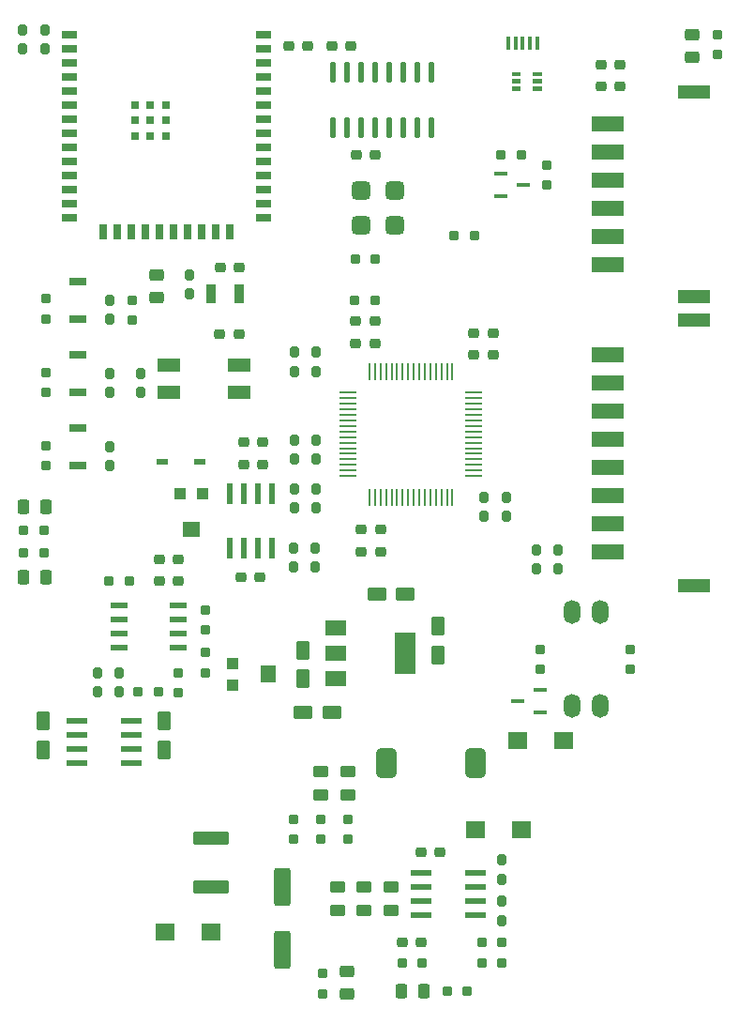
<source format=gbr>
%TF.GenerationSoftware,KiCad,Pcbnew,7.0.10*%
%TF.CreationDate,2024-03-23T12:12:33+07:00*%
%TF.ProjectId,BTL_ESD,42544c5f-4553-4442-9e6b-696361645f70,rev?*%
%TF.SameCoordinates,Original*%
%TF.FileFunction,Paste,Top*%
%TF.FilePolarity,Positive*%
%FSLAX46Y46*%
G04 Gerber Fmt 4.6, Leading zero omitted, Abs format (unit mm)*
G04 Created by KiCad (PCBNEW 7.0.10) date 2024-03-23 12:12:33*
%MOMM*%
%LPD*%
G01*
G04 APERTURE LIST*
G04 Aperture macros list*
%AMRoundRect*
0 Rectangle with rounded corners*
0 $1 Rounding radius*
0 $2 $3 $4 $5 $6 $7 $8 $9 X,Y pos of 4 corners*
0 Add a 4 corners polygon primitive as box body*
4,1,4,$2,$3,$4,$5,$6,$7,$8,$9,$2,$3,0*
0 Add four circle primitives for the rounded corners*
1,1,$1+$1,$2,$3*
1,1,$1+$1,$4,$5*
1,1,$1+$1,$6,$7*
1,1,$1+$1,$8,$9*
0 Add four rect primitives between the rounded corners*
20,1,$1+$1,$2,$3,$4,$5,0*
20,1,$1+$1,$4,$5,$6,$7,0*
20,1,$1+$1,$6,$7,$8,$9,0*
20,1,$1+$1,$8,$9,$2,$3,0*%
G04 Aperture macros list end*
%ADD10C,0.010000*%
%ADD11RoundRect,0.212100X-0.274600X-0.212100X0.274600X-0.212100X0.274600X0.212100X-0.274600X0.212100X0*%
%ADD12R,1.108400X0.628400*%
%ADD13RoundRect,0.212100X-0.212100X0.274600X-0.212100X-0.274600X0.212100X-0.274600X0.212100X0.274600X0*%
%ADD14R,2.898400X1.298400*%
%ADD15R,2.898400X1.398400*%
%ADD16RoundRect,0.212100X0.212100X-0.274600X0.212100X0.274600X-0.212100X0.274600X-0.212100X-0.274600X0*%
%ADD17R,1.219200X0.457200*%
%ADD18RoundRect,0.474600X0.474600X0.874600X-0.474600X0.874600X-0.474600X-0.874600X0.474600X-0.874600X0*%
%ADD19RoundRect,0.212100X-0.212100X0.224600X-0.212100X-0.224600X0.212100X-0.224600X0.212100X0.224600X0*%
%ADD20RoundRect,0.212100X-0.224600X-0.212100X0.224600X-0.212100X0.224600X0.212100X-0.224600X0.212100X0*%
%ADD21RoundRect,0.124600X0.124600X-0.799600X0.124600X0.799600X-0.124600X0.799600X-0.124600X-0.799600X0*%
%ADD22RoundRect,0.212100X0.224600X0.212100X-0.224600X0.212100X-0.224600X-0.212100X0.224600X-0.212100X0*%
%ADD23O,1.498400X2.148400*%
%ADD24RoundRect,0.212100X0.274600X0.212100X-0.274600X0.212100X-0.274600X-0.212100X0.274600X-0.212100X0*%
%ADD25RoundRect,0.227913X0.421287X-0.296287X0.421287X0.296287X-0.421287X0.296287X-0.421287X-0.296287X0*%
%ADD26RoundRect,0.207128X-0.402072X0.647072X-0.402072X-0.647072X0.402072X-0.647072X0.402072X0.647072X0*%
%ADD27RoundRect,0.212100X0.212100X-0.224600X0.212100X0.224600X-0.212100X0.224600X-0.212100X-0.224600X0*%
%ADD28RoundRect,0.227913X-0.296287X-0.421287X0.296287X-0.421287X0.296287X0.421287X-0.296287X0.421287X0*%
%ADD29RoundRect,0.207128X0.647072X0.402072X-0.647072X0.402072X-0.647072X-0.402072X0.647072X-0.402072X0*%
%ADD30R,1.698400X1.598400*%
%ADD31RoundRect,0.034188X0.900012X0.210012X-0.900012X0.210012X-0.900012X-0.210012X0.900012X-0.210012X0*%
%ADD32RoundRect,0.228383X-0.445817X0.308317X-0.445817X-0.308317X0.445817X-0.308317X0.445817X0.308317X0*%
%ADD33RoundRect,0.234125X-0.515075X1.465075X-0.515075X-1.465075X0.515075X-1.465075X0.515075X1.465075X0*%
%ADD34RoundRect,0.343416X-0.480784X-0.480784X0.480784X-0.480784X0.480784X0.480784X-0.480784X0.480784X0*%
%ADD35RoundRect,0.207128X0.402072X-0.647072X0.402072X0.647072X-0.402072X0.647072X-0.402072X-0.647072X0*%
%ADD36RoundRect,0.207128X-0.647072X-0.402072X0.647072X-0.402072X0.647072X0.402072X-0.647072X0.402072X0*%
%ADD37R,1.092200X1.092200*%
%ADD38R,1.397000X1.498600*%
%ADD39R,1.898400X1.398400*%
%ADD40R,1.898400X3.698400*%
%ADD41RoundRect,0.034888X0.704312X0.214312X-0.704312X0.214312X-0.704312X-0.214312X0.704312X-0.214312X0*%
%ADD42R,1.398400X0.798400*%
%ADD43R,0.798400X1.398400*%
%ADD44R,0.798400X0.798400*%
%ADD45R,2.098400X1.298400*%
%ADD46R,1.598400X0.798400*%
%ADD47RoundRect,0.034888X-0.899312X-0.214312X0.899312X-0.214312X0.899312X0.214312X-0.899312X0.214312X0*%
%ADD48R,1.498600X1.397000*%
%ADD49RoundRect,0.227913X-0.421287X0.296287X-0.421287X-0.296287X0.421287X-0.296287X0.421287X0.296287X0*%
%ADD50RoundRect,0.049600X-0.674600X-0.049600X0.674600X-0.049600X0.674600X0.049600X-0.674600X0.049600X0*%
%ADD51RoundRect,0.049600X-0.049600X-0.674600X0.049600X-0.674600X0.049600X0.674600X-0.049600X0.674600X0*%
%ADD52RoundRect,0.034888X0.214312X-0.899312X0.214312X0.899312X-0.214312X0.899312X-0.214312X-0.899312X0*%
%ADD53RoundRect,0.230462X-1.418738X0.368738X-1.418738X-0.368738X1.418738X-0.368738X1.418738X0.368738X0*%
%ADD54R,0.898400X1.698400*%
%ADD55R,0.348400X1.198400*%
G04 APERTURE END LIST*
%TO.C,D10*%
D10*
X146054120Y-53264800D02*
X145305231Y-53264800D01*
X145305231Y-52963254D01*
X146054120Y-52963254D01*
X146054120Y-53264800D01*
G36*
X146054120Y-53264800D02*
G01*
X145305231Y-53264800D01*
X145305231Y-52963254D01*
X146054120Y-52963254D01*
X146054120Y-53264800D01*
G37*
X144154120Y-53264800D02*
X143403200Y-53264800D01*
X143403200Y-52964245D01*
X144154120Y-52964245D01*
X144154120Y-53264800D01*
G36*
X144154120Y-53264800D02*
G01*
X143403200Y-53264800D01*
X143403200Y-52964245D01*
X144154120Y-52964245D01*
X144154120Y-53264800D01*
G37*
X144154120Y-53914800D02*
X143402870Y-53914800D01*
X143402870Y-53614658D01*
X144154120Y-53614658D01*
X144154120Y-53914800D01*
G36*
X144154120Y-53914800D02*
G01*
X143402870Y-53914800D01*
X143402870Y-53614658D01*
X144154120Y-53614658D01*
X144154120Y-53914800D01*
G37*
X146054120Y-53914800D02*
X145304196Y-53914800D01*
X145304196Y-53614780D01*
X146054120Y-53614780D01*
X146054120Y-53914800D01*
G36*
X146054120Y-53914800D02*
G01*
X145304196Y-53914800D01*
X145304196Y-53614780D01*
X146054120Y-53614780D01*
X146054120Y-53914800D01*
G37*
X146054120Y-54564800D02*
X145304163Y-54564800D01*
X145304163Y-54264837D01*
X146054120Y-54264837D01*
X146054120Y-54564800D01*
G36*
X146054120Y-54564800D02*
G01*
X145304163Y-54564800D01*
X145304163Y-54264837D01*
X146054120Y-54264837D01*
X146054120Y-54564800D01*
G37*
X144154120Y-54564800D02*
X143403030Y-54564800D01*
X143403030Y-54265213D01*
X144154120Y-54265213D01*
X144154120Y-54564800D01*
G36*
X144154120Y-54564800D02*
G01*
X143403030Y-54564800D01*
X143403030Y-54265213D01*
X144154120Y-54265213D01*
X144154120Y-54564800D01*
G37*
%TD*%
D11*
%TO.C,C49*%
X119202200Y-86385400D03*
X120927200Y-86385400D03*
%TD*%
D12*
%TO.C,D8*%
X115243400Y-88163400D03*
X111883400Y-88163400D03*
%TD*%
D13*
%TO.C,C42*%
X145618200Y-96063900D03*
X145618200Y-97788900D03*
%TD*%
D14*
%TO.C,J5*%
X159895200Y-73264600D03*
X159895200Y-54764600D03*
D15*
X152095200Y-57664600D03*
X152095200Y-60204600D03*
X152095200Y-62744600D03*
X152095200Y-65284600D03*
X152095200Y-67824600D03*
X152095200Y-70364600D03*
%TD*%
D16*
%TO.C,C28*%
X123761500Y-79973800D03*
X123761500Y-78248800D03*
%TD*%
D11*
%TO.C,C54*%
X151461300Y-52273200D03*
X153186300Y-52273200D03*
%TD*%
D17*
%TO.C,Q4*%
X145999200Y-110744000D03*
X145999200Y-108712000D03*
X143967200Y-109728000D03*
%TD*%
D18*
%TO.C,L1*%
X140163400Y-115265200D03*
X132063400Y-115265200D03*
%TD*%
D13*
%TO.C,C44*%
X105996100Y-107184300D03*
X105996100Y-108909300D03*
%TD*%
D19*
%TO.C,R35*%
X145999200Y-105030900D03*
X145999200Y-106855900D03*
%TD*%
D20*
%TO.C,R12*%
X129240200Y-73558400D03*
X131065200Y-73558400D03*
%TD*%
D11*
%TO.C,C57*%
X127163900Y-50635000D03*
X128888900Y-50635000D03*
%TD*%
D16*
%TO.C,C52*%
X123698000Y-97640600D03*
X123698000Y-95915600D03*
%TD*%
D11*
%TO.C,C32*%
X129340200Y-77419200D03*
X131065200Y-77419200D03*
%TD*%
D21*
%TO.C,U8*%
X127304800Y-57959800D03*
X128574800Y-57959800D03*
X129844800Y-57959800D03*
X131114800Y-57959800D03*
X132384800Y-57959800D03*
X133654800Y-57959800D03*
X134924800Y-57959800D03*
X136194800Y-57959800D03*
X136194800Y-53009800D03*
X134924800Y-53009800D03*
X133654800Y-53009800D03*
X132384800Y-53009800D03*
X131114800Y-53009800D03*
X129844800Y-53009800D03*
X128574800Y-53009800D03*
X127304800Y-53009800D03*
%TD*%
D22*
%TO.C,R16*%
X140053700Y-67741800D03*
X138228700Y-67741800D03*
%TD*%
D23*
%TO.C,U9*%
X151384000Y-101650800D03*
X148844000Y-101650800D03*
X148844000Y-110150800D03*
X151384000Y-110150800D03*
%TD*%
D24*
%TO.C,C10*%
X135223400Y-131495800D03*
X133498400Y-131495800D03*
%TD*%
D19*
%TO.C,R13*%
X101346000Y-86666800D03*
X101346000Y-88491800D03*
%TD*%
D17*
%TO.C,Q1*%
X142443200Y-62175400D03*
X142443200Y-64207400D03*
X144475200Y-63191400D03*
%TD*%
D25*
%TO.C,D3*%
X128568600Y-136117400D03*
X128568600Y-134067400D03*
%TD*%
D26*
%TO.C,C12*%
X136779000Y-102973400D03*
X136779000Y-105573400D03*
%TD*%
D27*
%TO.C,R4*%
X126365000Y-136118600D03*
X126365000Y-134293600D03*
%TD*%
%TO.C,R19*%
X109118400Y-75359100D03*
X109118400Y-73534100D03*
%TD*%
D28*
%TO.C,D6*%
X133468000Y-135890000D03*
X135518000Y-135890000D03*
%TD*%
D29*
%TO.C,C11*%
X133833400Y-100101400D03*
X131233400Y-100101400D03*
%TD*%
D19*
%TO.C,R21*%
X101346000Y-73434100D03*
X101346000Y-75259100D03*
%TD*%
D30*
%TO.C,D2*%
X144263400Y-121285000D03*
X140163400Y-121285000D03*
%TD*%
D31*
%TO.C,U1*%
X109106400Y-115316000D03*
X109106400Y-114046000D03*
X109106400Y-112776000D03*
X109106400Y-111506000D03*
X104156400Y-111506000D03*
X104156400Y-112776000D03*
X104156400Y-114046000D03*
X104156400Y-115316000D03*
%TD*%
D32*
%TO.C,C3*%
X127711200Y-126522400D03*
X127711200Y-128597400D03*
%TD*%
D16*
%TO.C,C29*%
X125730000Y-79973800D03*
X125730000Y-78248800D03*
%TD*%
D32*
%TO.C,C5*%
X130098800Y-126522400D03*
X130098800Y-128597400D03*
%TD*%
D19*
%TO.C,R23*%
X146608800Y-61366400D03*
X146608800Y-63191400D03*
%TD*%
D13*
%TO.C,C41*%
X107137200Y-73534100D03*
X107137200Y-75259100D03*
%TD*%
D32*
%TO.C,C16*%
X126187200Y-116077700D03*
X126187200Y-118152700D03*
%TD*%
D16*
%TO.C,C20*%
X114294600Y-72974200D03*
X114294600Y-71249200D03*
%TD*%
D20*
%TO.C,R25*%
X107059900Y-98867200D03*
X108884900Y-98867200D03*
%TD*%
D13*
%TO.C,C46*%
X107972400Y-107184300D03*
X107972400Y-108909300D03*
%TD*%
D20*
%TO.C,R24*%
X109677500Y-108900000D03*
X111502500Y-108900000D03*
%TD*%
D13*
%TO.C,C37*%
X142900400Y-91314100D03*
X142900400Y-93039100D03*
%TD*%
D33*
%TO.C,C2*%
X122707400Y-126522400D03*
X122707400Y-132122400D03*
%TD*%
D34*
%TO.C,R18*%
X129802700Y-63688900D03*
X129802700Y-66788900D03*
X132902700Y-63688900D03*
X132902700Y-66788900D03*
%TD*%
D35*
%TO.C,C8*%
X124561600Y-107710000D03*
X124561600Y-105110000D03*
%TD*%
D19*
%TO.C,R26*%
X115724300Y-101470100D03*
X115724300Y-103295100D03*
%TD*%
D32*
%TO.C,C15*%
X128651000Y-116077700D03*
X128651000Y-118152700D03*
%TD*%
D36*
%TO.C,C7*%
X124561600Y-110693200D03*
X127161600Y-110693200D03*
%TD*%
D13*
%TO.C,C43*%
X147599400Y-96063900D03*
X147599400Y-97788900D03*
%TD*%
D19*
%TO.C,R14*%
X161950400Y-49582700D03*
X161950400Y-51407700D03*
%TD*%
D11*
%TO.C,C35*%
X139990200Y-78511400D03*
X141715200Y-78511400D03*
%TD*%
D20*
%TO.C,R2*%
X140719800Y-133375400D03*
X142544800Y-133375400D03*
%TD*%
D37*
%TO.C,VR1*%
X118185850Y-106294275D03*
D38*
X121437050Y-107294400D03*
D37*
X118185850Y-108294525D03*
%TD*%
D19*
%TO.C,R8*%
X123723400Y-120372500D03*
X123723400Y-122197500D03*
%TD*%
D39*
%TO.C,U2*%
X127533400Y-103110000D03*
X127533400Y-105410000D03*
D40*
X133833400Y-105410000D03*
D39*
X127533400Y-107710000D03*
%TD*%
D19*
%TO.C,R10*%
X128651000Y-120372500D03*
X128651000Y-122197500D03*
%TD*%
D11*
%TO.C,C34*%
X139990200Y-76530200D03*
X141715200Y-76530200D03*
%TD*%
D28*
%TO.C,D4*%
X99330400Y-92151200D03*
X101380400Y-92151200D03*
%TD*%
D41*
%TO.C,U6*%
X113312400Y-104902000D03*
X113312400Y-103632000D03*
X113312400Y-102362000D03*
X113312400Y-101092000D03*
X107972400Y-101092000D03*
X107972400Y-102362000D03*
X107972400Y-103632000D03*
X107972400Y-104902000D03*
%TD*%
D42*
%TO.C,U5*%
X103516400Y-49604800D03*
X103516400Y-50874800D03*
X103516400Y-52144800D03*
X103516400Y-53414800D03*
X103516400Y-54684800D03*
X103516400Y-55954800D03*
X103516400Y-57224800D03*
X103516400Y-58494800D03*
X103516400Y-59764800D03*
X103516400Y-61034800D03*
X103516400Y-62304800D03*
X103516400Y-63574800D03*
X103516400Y-64844800D03*
X103516400Y-66114800D03*
D43*
X106551400Y-67364800D03*
X107821400Y-67364800D03*
X109091400Y-67364800D03*
X110361400Y-67364800D03*
X111631400Y-67364800D03*
X112901400Y-67364800D03*
X114171400Y-67364800D03*
X115441400Y-67364800D03*
X116711400Y-67364800D03*
X117981400Y-67364800D03*
D42*
X121016400Y-66114800D03*
X121016400Y-64844800D03*
X121016400Y-63574800D03*
X121016400Y-62304800D03*
X121016400Y-61034800D03*
X121016400Y-59764800D03*
X121016400Y-58494800D03*
X121016400Y-57224800D03*
X121016400Y-55954800D03*
X121016400Y-54684800D03*
X121016400Y-53414800D03*
X121016400Y-52144800D03*
X121016400Y-50874800D03*
X121016400Y-49604800D03*
D44*
X109366400Y-55924800D03*
X110766400Y-55924800D03*
X112166400Y-55924800D03*
X109366400Y-57324800D03*
X110766400Y-57324800D03*
X112166400Y-57324800D03*
X109366400Y-58724800D03*
X110766400Y-58724800D03*
X112166400Y-58724800D03*
%TD*%
D13*
%TO.C,C22*%
X107137200Y-86766800D03*
X107137200Y-88491800D03*
%TD*%
D24*
%TO.C,C56*%
X125026400Y-50635000D03*
X123301400Y-50635000D03*
%TD*%
D30*
%TO.C,D11*%
X143967200Y-113258600D03*
X148067200Y-113258600D03*
%TD*%
D11*
%TO.C,C53*%
X151461300Y-54254400D03*
X153186300Y-54254400D03*
%TD*%
D19*
%TO.C,R20*%
X101346000Y-80044600D03*
X101346000Y-81869600D03*
%TD*%
D28*
%TO.C,D5*%
X99330400Y-98526600D03*
X101380400Y-98526600D03*
%TD*%
D35*
%TO.C,C1*%
X112041600Y-114106000D03*
X112041600Y-111506000D03*
%TD*%
D25*
%TO.C,D9*%
X111328200Y-73338800D03*
X111328200Y-71288800D03*
%TD*%
D45*
%TO.C,Y1*%
X118770800Y-79369600D03*
X112470800Y-79369600D03*
X112470800Y-81869600D03*
X118770800Y-81869600D03*
%TD*%
D16*
%TO.C,C30*%
X123761500Y-87898800D03*
X123761500Y-86173800D03*
%TD*%
D46*
%TO.C,SW2*%
X104241600Y-85091800D03*
X104241600Y-88491800D03*
%TD*%
D16*
%TO.C,C50*%
X125679200Y-97640600D03*
X125679200Y-95915600D03*
%TD*%
D47*
%TO.C,U3*%
X135223400Y-125252400D03*
X135223400Y-126522400D03*
X135223400Y-127792400D03*
X135223400Y-129062400D03*
X140163400Y-129062400D03*
X140163400Y-127792400D03*
X140163400Y-126522400D03*
X140163400Y-125252400D03*
%TD*%
D37*
%TO.C,VR2*%
X115463638Y-90975600D03*
D48*
X114463513Y-94226800D03*
D37*
X113463388Y-90975600D03*
%TD*%
D30*
%TO.C,D1*%
X112130400Y-130556000D03*
X116230400Y-130556000D03*
%TD*%
D27*
%TO.C,R28*%
X113312400Y-108959300D03*
X113312400Y-107134300D03*
%TD*%
D49*
%TO.C,D7*%
X159740600Y-49582700D03*
X159740600Y-51632700D03*
%TD*%
D16*
%TO.C,C39*%
X99288600Y-50874800D03*
X99288600Y-49149800D03*
%TD*%
D22*
%TO.C,R22*%
X144268200Y-60448200D03*
X142443200Y-60448200D03*
%TD*%
D19*
%TO.C,R34*%
X154152600Y-105030900D03*
X154152600Y-106855900D03*
%TD*%
D16*
%TO.C,C21*%
X109880400Y-81869600D03*
X109880400Y-80144600D03*
%TD*%
D24*
%TO.C,C55*%
X131114800Y-60426600D03*
X129389800Y-60426600D03*
%TD*%
D14*
%TO.C,J4*%
X159895200Y-99281800D03*
X159895200Y-75381800D03*
D15*
X152095200Y-78441800D03*
X152095200Y-80981800D03*
X152095200Y-83521800D03*
X152095200Y-86061800D03*
X152095200Y-88601800D03*
X152095200Y-91141800D03*
X152095200Y-93681800D03*
X152095200Y-96221800D03*
%TD*%
D24*
%TO.C,C26*%
X131565200Y-96215200D03*
X129840200Y-96215200D03*
%TD*%
D16*
%TO.C,C14*%
X142544800Y-125779700D03*
X142544800Y-124054700D03*
%TD*%
D50*
%TO.C,U4*%
X128640200Y-81898800D03*
X128640200Y-82398800D03*
X128640200Y-82898800D03*
X128640200Y-83398800D03*
X128640200Y-83898800D03*
X128640200Y-84398800D03*
X128640200Y-84898800D03*
X128640200Y-85398800D03*
X128640200Y-85898800D03*
X128640200Y-86398800D03*
X128640200Y-86898800D03*
X128640200Y-87398800D03*
X128640200Y-87898800D03*
X128640200Y-88398800D03*
X128640200Y-88898800D03*
X128640200Y-89398800D03*
D51*
X130565200Y-91323800D03*
X131065200Y-91323800D03*
X131565200Y-91323800D03*
X132065200Y-91323800D03*
X132565200Y-91323800D03*
X133065200Y-91323800D03*
X133565200Y-91323800D03*
X134065200Y-91323800D03*
X134565200Y-91323800D03*
X135065200Y-91323800D03*
X135565200Y-91323800D03*
X136065200Y-91323800D03*
X136565200Y-91323800D03*
X137065200Y-91323800D03*
X137565200Y-91323800D03*
X138065200Y-91323800D03*
D50*
X139990200Y-89398800D03*
X139990200Y-88898800D03*
X139990200Y-88398800D03*
X139990200Y-87898800D03*
X139990200Y-87398800D03*
X139990200Y-86898800D03*
X139990200Y-86398800D03*
X139990200Y-85898800D03*
X139990200Y-85398800D03*
X139990200Y-84898800D03*
X139990200Y-84398800D03*
X139990200Y-83898800D03*
X139990200Y-83398800D03*
X139990200Y-82898800D03*
X139990200Y-82398800D03*
X139990200Y-81898800D03*
D51*
X138065200Y-79973800D03*
X137565200Y-79973800D03*
X137065200Y-79973800D03*
X136565200Y-79973800D03*
X136065200Y-79973800D03*
X135565200Y-79973800D03*
X135065200Y-79973800D03*
X134565200Y-79973800D03*
X134065200Y-79973800D03*
X133565200Y-79973800D03*
X133065200Y-79973800D03*
X132565200Y-79973800D03*
X132065200Y-79973800D03*
X131565200Y-79973800D03*
X131065200Y-79973800D03*
X130565200Y-79973800D03*
%TD*%
D13*
%TO.C,C36*%
X140919200Y-91314100D03*
X140919200Y-93039100D03*
%TD*%
D19*
%TO.C,R27*%
X115724300Y-105309300D03*
X115724300Y-107134300D03*
%TD*%
D24*
%TO.C,C9*%
X136948400Y-123317000D03*
X135223400Y-123317000D03*
%TD*%
%TO.C,C47*%
X113312400Y-98867200D03*
X111587400Y-98867200D03*
%TD*%
D27*
%TO.C,R9*%
X126187200Y-122197500D03*
X126187200Y-120372500D03*
%TD*%
D13*
%TO.C,C13*%
X142544800Y-127792400D03*
X142544800Y-129517400D03*
%TD*%
D52*
%TO.C,U7*%
X117932200Y-95915600D03*
X119202200Y-95915600D03*
X120472200Y-95915600D03*
X121742200Y-95915600D03*
X121742200Y-90975600D03*
X120472200Y-90975600D03*
X119202200Y-90975600D03*
X117932200Y-90975600D03*
%TD*%
D11*
%TO.C,C51*%
X119202200Y-88366600D03*
X120927200Y-88366600D03*
%TD*%
D35*
%TO.C,C4*%
X101119600Y-114106000D03*
X101119600Y-111506000D03*
%TD*%
D11*
%TO.C,C31*%
X129340200Y-75438000D03*
X131065200Y-75438000D03*
%TD*%
D24*
%TO.C,C17*%
X118770800Y-76581000D03*
X117045800Y-76581000D03*
%TD*%
D53*
%TO.C,F1*%
X116230400Y-122072400D03*
X116230400Y-126522400D03*
%TD*%
D20*
%TO.C,R6*%
X99330400Y-96316800D03*
X101155400Y-96316800D03*
%TD*%
D22*
%TO.C,R11*%
X131115200Y-69799200D03*
X129290200Y-69799200D03*
%TD*%
D54*
%TO.C,Y2*%
X118795800Y-72974200D03*
X116295800Y-72974200D03*
%TD*%
D46*
%TO.C,SW3*%
X104241600Y-81869600D03*
X104241600Y-78469600D03*
%TD*%
D24*
%TO.C,C27*%
X131565200Y-94234000D03*
X129840200Y-94234000D03*
%TD*%
D46*
%TO.C,SW4*%
X104241600Y-75259100D03*
X104241600Y-71859100D03*
%TD*%
D13*
%TO.C,C40*%
X107137200Y-80144600D03*
X107137200Y-81869600D03*
%TD*%
D16*
%TO.C,C33*%
X125730000Y-87898800D03*
X125730000Y-86173800D03*
%TD*%
D13*
%TO.C,C25*%
X123761500Y-90577500D03*
X123761500Y-92302500D03*
%TD*%
D32*
%TO.C,C6*%
X132486400Y-126522400D03*
X132486400Y-128597400D03*
%TD*%
D24*
%TO.C,C18*%
X118795800Y-70586600D03*
X117070800Y-70586600D03*
%TD*%
D55*
%TO.C,J6*%
X145704000Y-50330800D03*
X145054000Y-50330800D03*
X144404000Y-50330800D03*
X143754000Y-50330800D03*
X143104000Y-50330800D03*
%TD*%
D16*
%TO.C,C38*%
X101269800Y-50874800D03*
X101269800Y-49149800D03*
%TD*%
D24*
%TO.C,C48*%
X120699700Y-98557200D03*
X118974700Y-98557200D03*
%TD*%
D20*
%TO.C,R1*%
X133498400Y-133375400D03*
X135323400Y-133375400D03*
%TD*%
D24*
%TO.C,C45*%
X113312400Y-96896200D03*
X111587400Y-96896200D03*
%TD*%
D22*
%TO.C,R3*%
X142544800Y-131495800D03*
X140719800Y-131495800D03*
%TD*%
D13*
%TO.C,C24*%
X125730000Y-90577500D03*
X125730000Y-92302500D03*
%TD*%
D20*
%TO.C,R5*%
X99330400Y-94344200D03*
X101155400Y-94344200D03*
%TD*%
%TO.C,R7*%
X137593700Y-135890000D03*
X139418700Y-135890000D03*
%TD*%
M02*

</source>
